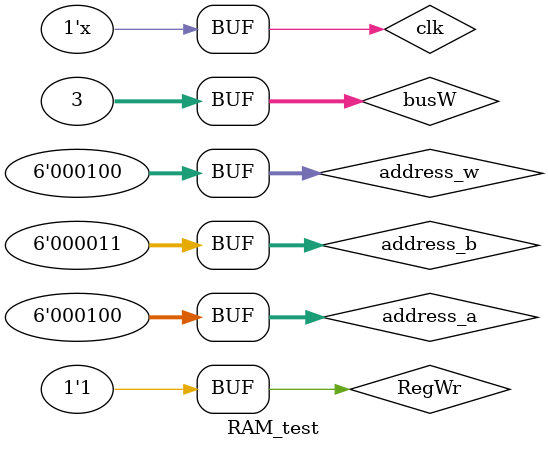
<source format=v>
`timescale 10ns/1ns

module RAM_test;
reg [5:0] address_a;
reg RegWr;
reg [5:0] address_b;
reg [5:0] address_w;
reg [31:0] busW;
reg clk;
wire [31:0] busA;
wire [31:0] busB;
always #5
	clk = ~clk;
myRAM ram(clk, address_a, address_b, address_w, busW, RegWr, busA, busB);
initial
begin
	clk = 0;
	address_w = 6'd4;
	address_a = 6'd2;
	address_b = 6'd3;
	RegWr = 1;
	busW = 31'd3;
	#20 address_a = 6'd4;
end
endmodule
</source>
